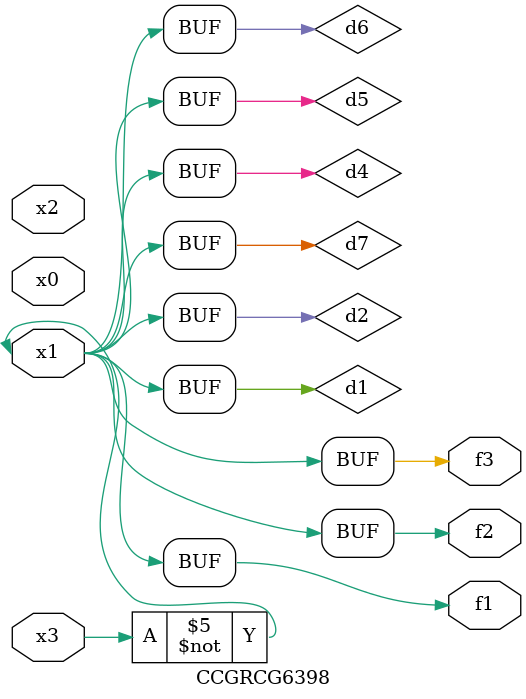
<source format=v>
module CCGRCG6398(
	input x0, x1, x2, x3,
	output f1, f2, f3
);

	wire d1, d2, d3, d4, d5, d6, d7;

	not (d1, x3);
	buf (d2, x1);
	xnor (d3, d1, d2);
	nor (d4, d1);
	buf (d5, d1, d2);
	buf (d6, d4, d5);
	nand (d7, d4);
	assign f1 = d6;
	assign f2 = d7;
	assign f3 = d6;
endmodule

</source>
